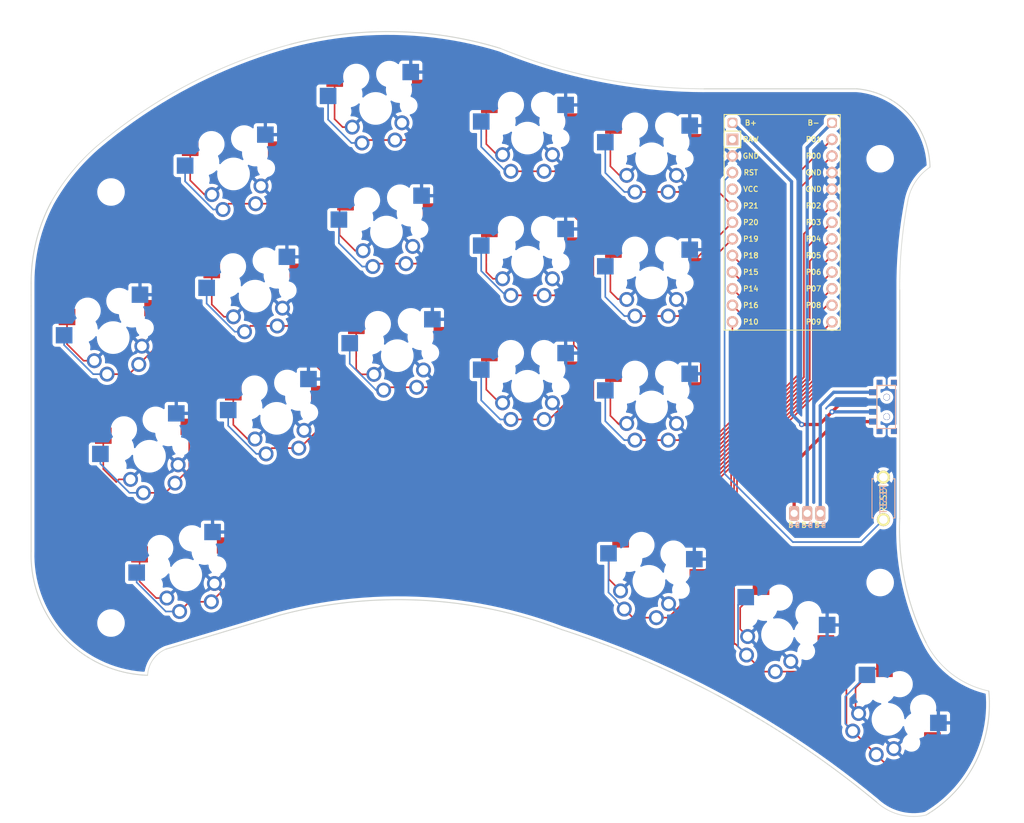
<source format=kicad_pcb>
(kicad_pcb (version 20211014) (generator pcbnew)
  (title_block (title "owl_generated") (rev "v1.0.0") (company "Unknown"))
  (layers (0 "F.Cu" signal) (31 "B.Cu" signal) (34 "B.Paste" user) (35 "F.Paste" user) (36 "B.SilkS" user "B.Silkscreen") (37 "F.SilkS" user "F.Silkscreen") (38 "B.Mask" user) (39 "F.Mask" user) (44 "Edge.Cuts" user))
  (net 0 "")
  (net 1 "P6")
  (net 2 "GND")
  (net 3 "P5")
  (net 4 "P4")
  (net 5 "P3")
  (net 6 "P2")
  (net 7 "P0")
  (net 8 "P1")
  (net 9 "P18")
  (net 10 "P15")
  (net 11 "P14")
  (net 12 "P16")
  (net 13 "P10")
  (net 14 "P19")
  (net 15 "P20")
  (net 16 "P21")
  (net 17 "P7")
  (net 18 "P8")
  (net 19 "P9")
  (net 20 "RAW")
  (net 21 "RST")
  (net 22 "VCC")
  (net 23 "Braw")
  (net 24 "Bplus")
  (net 25 "Bminus")
  (footprint "E73:SPDT_C128955" (layer "F.Cu") (at 169.768682 -74.888168 -90)
    (fp_text reference "T1" hide)
    (fp_text value "" hide)
  )
  (footprint "Library:bat" (layer "F.Cu") (at 157.6 -58.6)
    (fp_text reference "" hide)
    (fp_text value "" hide)
  )
  (footprint "kbd:ResetSW" (layer "F.Cu") (at 169.268682 -60.888168 -90)
    (fp_text reference "B1" hide)
    (fp_text value "")
  )
  (footprint "MX" (layer "F.Cu") (at 56.889875 -67.339581 17)
    (fp_text reference "S3" hide)
    (fp_text value "" hide)
  )
  (footprint "MX" (layer "F.Cu") (at 153.051105 -40.030285 150)
    (fp_text reference "S34" hide)
    (fp_text value "" hide)
  )
  (footprint "MX" (layer "F.Cu") (at 62.444938 -49.16979 -163)
    (fp_text reference "S2" hide)
    (fp_text value "" hide)
  )
  (footprint "MX" (layer "F.Cu") (at 93.172512 -101.668094 5)
    (fp_text reference "S15" hide)
    (fp_text value "" hide)
  )
  (footprint "Library:ProMicro" (layer "F.Cu") (at 153.768682 -101.888168 -90)
    (fp_text reference "MCU1" hide)
    (fp_text value "" hide)
  )
  (footprint "SMDPad" (layer "F.Cu") (at 168.768682 -112.888168)
    (fp_text reference "MOUNTING_PAD2" hide)
    (fp_text value "" hide)
  )
  (footprint "MX" (layer "F.Cu") (at 133.768682 -93.888168 180)
    (fp_text reference "S28" hide)
    (fp_text value "" hide)
  )
  (footprint "MX" (layer "F.Cu") (at 91.516553 -120.595793 -175)
    (fp_text reference "S18" hide)
    (fp_text value "" hide)
  )
  (footprint "MX" (layer "F.Cu") (at 76.359108 -73.143828 10)
    (fp_text reference "S7" hide)
    (fp_text value "" hide)
  )
  (footprint "SMDPad" (layer "F.Cu") (at 168.768682 -48)
    (fp_text reference "MOUNTING_PAD1" hide)
    (fp_text value "" hide)
  )
  (footprint "MX" (layer "F.Cu") (at 133.768682 -93.888168)
    (fp_text reference "S27" hide)
    (fp_text value "" hide)
  )
  (footprint "MX" (layer "F.Cu") (at 133.768682 -74.888168 180)
    (fp_text reference "S26" hide)
    (fp_text value "" hide)
  )
  (footprint "MX" (layer "F.Cu") (at 133.356349 -48.18812 -15)
    (fp_text reference "S31" hide)
    (fp_text value "" hide)
  )
  (footprint "SMDPad" (layer "F.Cu") (at 51 -41.8 -17)
    (fp_text reference "MOUNTING_PAD4" hide)
    (fp_text value "" hide)
  )
  (footprint "MX" (layer "F.Cu") (at 114.768682 -116.054834 180)
    (fp_text reference "S24" hide)
    (fp_text value "" hide)
  )
  (footprint "MX" (layer "F.Cu") (at 51.334813 -85.509371 17)
    (fp_text reference "S5" hide)
    (fp_text value "" hide)
  )
  (footprint "MX" (layer "F.Cu") (at 73.059792 -91.855176 -170)
    (fp_text reference "S10" hide)
    (fp_text value "" hide)
  )
  (footprint "SMDPad" (layer "F.Cu") (at 51 -107.8 -17)
    (fp_text reference "MOUNTING_PAD3" hide)
    (fp_text value "" hide)
  )
  (footprint "MX" (layer "F.Cu") (at 93.172512 -101.668094 -175)
    (fp_text reference "S16" hide)
    (fp_text value "" hide)
  )
  (footprint "MX" (layer "F.Cu") (at 56.889875 -67.339581 -163)
    (fp_text reference "S4" hide)
    (fp_text value "" hide)
  )
  (footprint "MX" (layer "F.Cu") (at 169.963375 -27.053044 135)
    (fp_text reference "S36" hide)
    (fp_text value "" hide)
  )
  (footprint "MX" (layer "F.Cu") (at 114.768682 -97.054834)
    (fp_text reference "S21" hide)
    (fp_text value "" hide)
  )
  (footprint "MX" (layer "F.Cu") (at 153.051105 -40.030285 -30)
    (fp_text reference "S33" hide)
    (fp_text value "" hide)
  )
  (footprint "MX" (layer "F.Cu") (at 133.768682 -112.888168 180)
    (fp_text reference "S30" hide)
    (fp_text value "" hide)
  )
  (footprint "MX" (layer "F.Cu") (at 133.768682 -74.888168)
    (fp_text reference "S25" hide)
    (fp_text value "" hide)
  )
  (footprint "MX" (layer "F.Cu") (at 114.768682 -116.054834)
    (fp_text reference "S23" hide)
    (fp_text value "" hide)
  )
  (footprint "MX" (layer "F.Cu") (at 69.760477 -110.566523 10)
    (fp_text reference "S11" hide)
    (fp_text value "" hide)
  )
  (footprint "MX" (layer "F.Cu") (at 114.768682 -97.054834 180)
    (fp_text reference "S22" hide)
    (fp_text value "" hide)
  )
  (footprint "MX" (layer "F.Cu") (at 73.059792 -91.855176 10)
    (fp_text reference "S9" hide)
    (fp_text value "" hide)
  )
  (footprint "MX" (layer "F.Cu") (at 133.356349 -48.18812 165)
    (fp_text reference "S32" hide)
    (fp_text value "" hide)
  )
  (footprint "MX" (layer "F.Cu") (at 133.768682 -112.888168)
    (fp_text reference "S29" hide)
    (fp_text value "" hide)
  )
  (footprint "MX" (layer "F.Cu") (at 169.963375 -27.053044 -45)
    (fp_text reference "S35" hide)
    (fp_text value "" hide)
  )
  (footprint "MX" (layer "F.Cu") (at 51.334813 -85.509371 -163)
    (fp_text reference "S6" hide)
    (fp_text value "" hide)
  )
  (footprint "MX" (layer "F.Cu") (at 69.760477 -110.566523 -170)
    (fp_text reference "S12" hide)
    (fp_text value "" hide)
  )
  (footprint "MX" (layer "F.Cu") (at 114.768682 -78.054834 180)
    (fp_text reference "S20" hide)
    (fp_text value "" hide)
  )
  (footprint "MX" (layer "F.Cu") (at 91.516553 -120.595793 5)
    (fp_text reference "S17" hide)
    (fp_text value "" hide)
  )
  (footprint "MX" (layer "F.Cu") (at 62.444938 -49.16979 17)
    (fp_text reference "S1" hide)
    (fp_text value "" hide)
  )
  (footprint "MX" (layer "F.Cu") (at 114.768682 -78.054834)
    (fp_text reference "S19" hide)
    (fp_text value "" hide)
  )
  (footprint "MX" (layer "F.Cu") (at 94.828471 -82.740394 5)
    (fp_text reference "S13" hide)
    (fp_text value "" hide)
  )
  (footprint "MX" (layer "F.Cu") (at 76.359108 -73.143828 -170)
    (fp_text reference "S8" hide)
    (fp_text value "" hide)
  )
  (footprint "E73:SPDT_C128955" (layer "F.Cu") (at 169.768682 -74.888168 -90)
    (fp_text reference "T2" hide)
    (fp_text value "" hide)
  )
  (footprint "MX" (layer "F.Cu") (at 94.828471 -82.740394 -175)
    (fp_text reference "S14" hide)
    (fp_text value "" hide)
  )
  (gr_arc (start 185.4 -31.4) (mid 179.752958 -34.001135) (end 175.8 -38.8) (layer "Edge.Cuts") (width 0.1))
  (gr_arc (start 171.768682 -92.8) (mid 172.049729 -99.630295) (end 173 -106.4) (layer "Edge.Cuts") (width 0.1))
  (gr_line (start 38.768682 -90.356114) (end 38.768682 -52.8) (layer "Edge.Cuts") (width 0.15))
  (gr_arc (start 76.8 -43) (mid 98.572502 -45.287309) (end 120 -40.8) (layer "Edge.Cuts") (width 0.15))
  (gr_line (start 38.768682 -93.8) (end 38.768682 -92.03172) (layer "Edge.Cuts") (width 0.15))
  (gr_arc (start 141.8 -123.6) (mid 125.899309 -125.186844) (end 110.6 -129.8) (layer "Edge.Cuts") (width 0.1))
  (gr_arc (start 41.8 -106.2) (mid 44.931351 -110.800064) (end 48.8 -114.8) (layer "Edge.Cuts") (width 0.1))
  (gr_arc (start 38.768682 -93.8) (mid 39.521849 -100.1864) (end 41.8 -106.2) (layer "Edge.Cuts") (width 0.15))
  (gr_arc (start 120 -40.8) (mid 145.364718 -29.909068) (end 168.2 -14.4) (layer "Edge.Cuts") (width 0.15))
  (gr_arc (start 175.8 -38.8) (mid 172.573527 -48.043096) (end 171.768682 -57.8) (layer "Edge.Cuts") (width 0.15))
  (gr_arc (start 56.6 -33.8) (mid 43.750353 -39.609512) (end 38.768682 -52.8) (layer "Edge.Cuts") (width 0.15))
  (gr_line (start 59.4 -37.8) (end 76.8 -43) (layer "Edge.Cuts") (width 0.15))
  (gr_arc (start 48.8 -114.8) (mid 62.743036 -124.226035) (end 78.4 -130.4) (layer "Edge.Cuts") (width 0.1))
  (gr_line (start 171.768682 -57.8) (end 171.768682 -92.8) (layer "Edge.Cuts") (width 0.15))
  (gr_arc (start 78.4 -130.4) (mid 94.537786 -132.356495) (end 110.6 -129.8) (layer "Edge.Cuts") (width 0.15))
  (gr_arc (start 175.8 -12.4) (mid 171.752461 -12.459353) (end 168.2 -14.4) (layer "Edge.Cuts") (width 0.1))
  (gr_line (start 38.768682 -90.356114) (end 38.768682 -92.03172) (layer "Edge.Cuts") (width 0.15))
  (gr_arc (start 185.4 -31.4) (mid 183.375531 -20.497626) (end 175.8 -12.4) (layer "Edge.Cuts") (width 0.15))
  (gr_arc (start 173 -106.4) (mid 174.170522 -109.346197) (end 176.4 -111.6) (layer "Edge.Cuts") (width 0.1))
  (gr_arc (start 165.2 -123.6) (mid 173.115141 -119.760798) (end 176.4 -111.6) (layer "Edge.Cuts") (width 0.15))
  (gr_arc (start 56.6 -33.8) (mid 57.428682 -36.199923) (end 59.4 -37.8) (layer "Edge.Cuts") (width 0.1))
  (gr_line (start 165.2 -123.6) (end 141.8 -123.6) (layer "Edge.Cuts") (width 0.15))
  (segment (start 68.477733 -52.122267) (end 70 -50.6) (width 0.25) (layer "F.Cu") (net 1))
  (segment (start 140.800356 -60.6) (end 158.9 -78.699644) (width 0.25) (layer "F.Cu") (net 1))
  (segment (start 68.477733 -54.077733) (end 75 -60.6) (width 0.25) (layer "F.Cu") (net 1))
  (segment (start 158.9 -78.699644) (end 158.9 -93.049486) (width 0.25) (layer "F.Cu") (net 1))
  (segment (start 70 -48.695186) (end 66.3592 -45.054386) (width 0.25) (layer "F.Cu") (net 1))
  (segment (start 158.9 -93.049486) (end 161.388682 -95.538168) (width 0.25) (layer "F.Cu") (net 1))
  (segment (start 66.3592 -45.054386) (end 62.98642 -45.054386) (width 0.25) (layer "F.Cu") (net 1))
  (segment (start 70 -50.6) (end 70 -48.695186) (width 0.25) (layer "F.Cu") (net 1))
  (segment (start 75 -60.6) (end 140.800356 -60.6) (width 0.25) (layer "F.Cu") (net 1))
  (segment (start 62.98642 -45.054386) (end 61.501172 -43.569138) (width 0.25) (layer "F.Cu") (net 1))
  (segment (start 68.477733 -53.670258) (end 68.477733 -54.077733) (width 0.25) (layer "F.Cu") (net 1))
  (segment (start 68.477733 -53.670258) (end 68.477733 -52.122267) (width 0.25) (layer "F.Cu") (net 1))
  (segment (start 59.385108 -43.569138) (end 61.501172 -43.569138) (width 0.25) (layer "B.Cu") (net 1))
  (segment (start 54.926895 -48.027351) (end 59.385108 -43.569138) (width 0.25) (layer "B.Cu") (net 1))
  (segment (start 54.926895 -49.527351) (end 54.926895 -48.027351) (width 0.25) (layer "B.Cu") (net 1))
  (segment (start 127.223545 -48.515995) (end 129.018771 -46.720769) (width 0.25) (layer "F.Cu") (net 2))
  (segment (start 165 -31.876504) (end 165 -28.424317) (width 0.25) (layer "F.Cu") (net 2))
  (segment (start 57.910926 -45.62684) (end 59.544041 -45.62684) (width 0.25) (layer "F.Cu") (net 2))
  (segment (start 129.494996 -110.348168) (end 129.958682 -110.348168) (width 0.25) (layer "F.Cu") (net 2))
  (segment (start 147.338548 -44.157457) (end 150.531785 -47.350694) (width 0.25) (layer "F.Cu") (net 2))
  (segment (start 88.56595 -87.291899) (end 88.541901 -87.26785) (width 0.25) (layer "F.Cu") (net 2))
  (segment (start 148.481548 -39.73558) (end 147.338548 -40.87858) (width 0.25) (layer "F.Cu") (net 2))
  (segment (start 85.229983 -118.970017) (end 86.466605 -117.733395) (width 0.25) (layer "F.Cu") (net 2))
  (segment (start 89.322004 -79.877996) (end 91.254345 -79.877996) (width 0.25) (layer "F.Cu") (net 2))
  (segment (start 128.5 -72.5) (end 128.8 -72.2) (width 0.25) (layer "F.Cu") (net 2))
  (segment (start 86 -105.309608) (end 86 -103.309991) (width 0.25) (layer "F.Cu") (net 2))
  (segment (start 44.262832 -84.50439) (end 46.800801 -81.966421) (width 0.25) (layer "F.Cu") (net 2))
  (segment (start 127.462781 -92.537219) (end 128.6 -91.4) (width 0.25) (layer "F.Cu") (net 2))
  (segment (start 128.651832 -72.348168) (end 129.958682 -72.348168) (width 0.25) (layer "F.Cu") (net 2))
  (segment (start 88.541901 -87.26785) (end 88.541901 -80.658099) (width 0.25) (layer "F.Cu") (net 2))
  (segment (start 127.223545 -52.802378) (end 127.223545 -48.515995) (width 0.25) (layer "F.Cu") (net 2))
  (segment (start 128.5 -72.5) (end 128.651832 -72.348168) (width 0.25) (layer "F.Cu") (net 2))
  (segment (start 108.462781 -120.670933) (end 108.462781 -115.137219) (width 0.25) (layer "F.Cu") (net 2))
  (segment (start 108.462781 -77.547049) (end 110.494996 -75.514834) (width 0.25) (layer "F.Cu") (net 2))
  (segment (start 127.462781 -73.537219) (end 128.5 -72.5) (width 0.25) (layer "F.Cu") (net 2))
  (segment (start 108.926682 -83.134834) (end 108.462781 -82.670933) (width 0.25) (layer "F.Cu") (net 2))
  (segment (start 86.466605 -117.733395) (end 87.942427 -117.733395) (width 0.25) (layer "F.Cu") (net 2))
  (segment (start 69.723728 -77.132199) (end 69.723728 -72.160566) (width 0.25) (layer "F.Cu") (net 2))
  (segment (start 46.800801 -81.966421) (end 48.433916 -81.966421) (width 0.25) (layer "F.Cu") (net 2))
  (segment (start 55.372957 -52.319783) (end 55.372957 -48.164809) (width 0.25) (layer "F.Cu") (net 2))
  (segment (start 65.304846 -107.403512) (end 66.449426 -107.403512) (width 0.25) (layer "F.Cu") (net 2))
  (segment (start 165 -28.424317) (end 165.473247 -27.95107) (width 0.25) (layer "F.Cu") (net 2))
  (segment (start 147.338548 -40.87858) (end 147.338548 -44.157457) (width 0.25) (layer "F.Cu") (net 2))
  (segment (start 129.90685 -91.4) (end 129.958682 -91.348168) (width 0.25) (layer "F.Cu") (net 2))
  (segment (start 127.462781 -79.504267) (end 127.462781 -73.537219) (width 0.25) (layer "F.Cu") (net 2))
  (segment (start 49.817894 -70.489574) (end 49.817894 -65.382106) (width 0.25) (layer "F.Cu") (net 2))
  (segment (start 108.926682 -121.134834) (end 108.462781 -120.670933) (width 0.25) (layer "F.Cu") (net 2))
  (segment (start 127.462781 -111.737219) (end 128.8 -110.4) (width 0.25) (layer "F.Cu") (net 2))
  (segment (start 52.196631 -63.796631) (end 53.988978 -63.796631) (width 0.25) (layer "F.Cu") (net 2))
  (segment (start 85.254032 -125.147298) (end 85.229983 -125.123249) (width 0.25) (layer "F.Cu") (net 2))
  (segment (start 71.903477 -69.980817) (end 73.048057 -69.980817) (width 0.25) (layer "F.Cu") (net 2))
  (segment (start 129.028211 -54.607044) (end 127.223545 -52.802378) (width 0.25) (layer "F.Cu") (net 2))
  (segment (start 110.494996 -75.514834) (end 110.958682 -75.514834) (width 0.25) (layer "F.Cu") (net 2))
  (segment (start 44.262832 -88.659364) (end 44.262832 -84.50439) (width 0.25) (layer "F.Cu") (net 2))
  (segment (start 108.462781 -115.137219) (end 110.085166 -113.514834) (width 0.25) (layer "F.Cu") (net 2))
  (segment (start 109.485166 -94.514834) (end 110.958682 -94.514834) (width 0.25) (layer "F.Cu") (net 2))
  (segment (start 110.085166 -113.514834) (end 110.958682 -113.514834) (width 0.25) (layer "F.Cu") (net 2))
  (segment (start 88.541901 -80.658099) (end 89.322004 -79.877996) (width 0.25) (layer "F.Cu") (net 2))
  (segment (start 127.462781 -98.504267) (end 127.462781 -92.537219) (width 0.25) (layer "F.Cu") (net 2))
  (segment (start 66.424412 -95.843547) (end 66.424412 -90.575588) (width 0.25) (layer "F.Cu") (net 2))
  (segment (start 86 -101.2) (end 88.394304 -98.805696) (width 0.25) (layer "F.Cu") (net 2))
  (segment (start 55.372957 -48.164809) (end 57.910926 -45.62684) (width 0.25) (layer "F.Cu") (net 2))
  (segment (start 108.926682 -102.134834) (end 108.462781 -101.670933) (width 0.25) (layer "F.Cu") (net 2))
  (segment (start 68.307835 -88.692165) (end 69.748741 -88.692165) (width 0.25) (layer "F.Cu") (net 2))
  (segment (start 86.909991 -106.219599) (end 86 -105.309608) (width 0.25) (layer "F.Cu") (net 2))
  (segment (start 169.42456 -34.776064) (end 167.89956 -34.776064) (width 0.25) (layer "F.Cu") (net 2))
  (segment (start 108.462781 -82.670933) (end 108.462781 -77.547049) (width 0.25) (layer "F.Cu") (net 2))
  (segment (start 86 -103.4) (end 86 -101.2) (width 0.25) (layer "F.Cu") (net 2))
  (segment (start 85.229983 -125.123249) (end 85.229983 -118.970017) (width 0.25) (layer "F.Cu") (net 2))
  (segment (start 88.394304 -98.805696) (end 89.598386 -98.805696) (width 0.25) (layer "F.Cu") (net 2))
  (segment (start 128.6 -91.4) (end 129.90685 -91.4) (width 0.25) (layer "F.Cu") (net 2))
  (segment (start 63.125097 -114.554894) (end 63.125097 -109.583261) (width 0.25) (layer "F.Cu") (net 2))
  (segment (start 49.817894 -65.382106) (end 51.8 -63.4) (width 0.25) (layer "F.Cu") (net 2))
  (segment (start 127.926682 -79.968168) (end 127.462781 -79.504267) (width 0.25) (layer "F.Cu") (net 2))
  (segment (start 167.89956 -34.776064) (end 165 -31.876504) (width 0.25) (layer "F.Cu") (net 2))
  (segment (start 127.926682 -98.968168) (end 127.462781 -98.504267) (width 0.25) (layer "F.Cu") (net 2))
  (segment (start 127.926682 -117.968168) (end 127.462781 -117.504267) (width 0.25) (layer "F.Cu") (net 2))
  (segment (start 51.8 -63.4) (end 52.196631 -63.796631) (width 0.25) (layer "F.Cu") (net 2))
  (segment (start 66.424412 -90.575588) (end 68.307835 -88.692165) (width 0.25) (layer "F.Cu") (net 2))
  (segment (start 69.723728 -72.160566) (end 71.903477 -69.980817) (width 0.25) (layer "F.Cu") (net 2))
  (segment (start 108.462781 -95.537219) (end 109.485166 -94.514834) (width 0.25) (layer "F.Cu") (net 2))
  (segment (start 108.462781 -101.670933) (end 108.462781 -95.537219) (width 0.25) (layer "F.Cu") (net 2))
  (segment (start 127.462781 -117.504267) (end 127.462781 -111.737219) (width 0.25) (layer "F.Cu") (net 2))
  (segment (start 63.125097 -109.583261) (end 65.304846 -107.403512) (width 0.25) (layer "F.Cu") (net 2))
  (segment (start 138.748168 -110.348168) (end 137.578682 -110.348168) (width 0.25) (layer "B.Cu") (net 2))
  (segment (start 139.610682 -117.968168) (end 140.074583 -117.504267) (width 0.25) (layer "B.Cu") (net 2))
  (segment (start 62.973804 -65.393844) (end 60.804137 -63.224177) (width 0.25) (layer "F.Cu") (net 3))
  (segment (start 59.318889 -61.738929) (end 55.946109 -61.738929) (width 0.25) (layer "F.Cu") (net 3))
  (segment (start 62.92267 -71.840049) (end 62.973804 -71.788915) (width 0.25) (layer "F.Cu") (net 3))
  (segment (start 158.45 -78.88604) (end 158.45 -95.139486) (width 0.25) (layer "F.Cu") (net 3))
  (segment (start 73.712719 -61.05) (end 140.61396 -61.05) (width 0.25) (layer "F.Cu") (net 3))
  (segment (start 60.804137 -63.224177) (end 59.318889 -61.738929) (width 0.25) (layer "F.Cu") (net 3))
  (segment (start 158.45 -95.139486) (end 161.388682 -98.078168) (width 0.25) (layer "F.Cu") (net 3))
  (segment (start 62.973804 -71.788915) (end 62.973804 -65.393844) (width 0.25) (layer "F.Cu") (net 3))
  (segment (start 62.92267 -71.840049) (end 73.712719 -61.05) (width 0.25) (layer "F.Cu") (net 3))
  (segment (start 140.61396 -61.05) (end 158.45 -78.88604) (width 0.25) (layer "F.Cu") (net 3))
  (segment (start 49.371832 -67.697142) (end 49.371832 -66.197142) (width 0.25) (layer "B.Cu") (net 3))
  (segment (start 49.371832 -66.197142) (end 53.830045 -61.738929) (width 0.25) (layer "B.Cu") (net 3))
  (segment (start 53.830045 -61.738929) (end 55.946109 -61.738929) (width 0.25) (layer "B.Cu") (net 3))
  (segment (start 140.427564 -61.5) (end 158 -79.072436) (width 0.25) (layer "F.Cu") (net 4))
  (segment (start 58.4 -84.544892) (end 55.249075 -81.393967) (width 0.25) (layer "F.Cu") (net 4))
  (segment (start 57.367608 -88.432392) (end 58.4 -87.4) (width 0.25) (layer "F.Cu") (net 4))
  (segment (start 55.249075 -81.393967) (end 53.763827 -79.908719) (width 0.25) (layer "F.Cu") (net 4))
  (segment (start 73.899115 -61.5) (end 140.427564 -61.5) (width 0.25) (layer "F.Cu") (net 4))
  (segment (start 53.763827 -79.908719) (end 50.391047 -79.908719) (width 0.25) (layer "F.Cu") (net 4))
  (segment (start 58.4 -87.4) (end 58.4 -84.544892) (width 0.25) (layer "F.Cu") (net 4))
  (segment (start 158 -97.229486) (end 161.388682 -100.618168) (width 0.25) (layer "F.Cu") (net 4))
  (segment (start 65.4 -81.977447) (end 65.4 -69.999115) (width 0.25) (layer "F.Cu") (net 4))
  (segment (start 65.4 -69.999115) (end 73.899115 -61.5) (width 0.25) (layer "F.Cu") (net 4))
  (segment (start 57.367608 -90.009839) (end 57.367608 -88.432392) (width 0.25) (layer "F.Cu") (net 4))
  (segment (start 57.367608 -90.009839) (end 65.4 -81.977447) (width 0.25) (layer "F.Cu") (net 4))
  (segment (start 158 -79.072436) (end 158 -97.229486) (width 0.25) (layer "F.Cu") (net 4))
  (segment (start 48.274983 -79.908719) (end 50.391047 -79.908719) (width 0.25) (layer "B.Cu") (net 4))
  (segment (start 43.81677 -85.866932) (end 43.81677 -84.366932) (width 0.25) (layer "B.Cu") (net 4))
  (segment (start 43.81677 -84.366932) (end 48.274983 -79.908719) (width 0.25) (layer "B.Cu") (net 4))
  (segment (start 79.742652 -68.582071) (end 75.621962 -68.582071) (width 0.25) (layer "F.Cu") (net 5))
  (segment (start 140.241168 -61.95) (end 157.55 -79.258832) (width 0.25) (layer "F.Cu") (net 5))
  (segment (start 157.55 -99.319486) (end 161.388682 -103.158168) (width 0.25) (layer "F.Cu") (net 5))
  (segment (start 82.895405 -71.571063) (end 79.906413 -68.582071) (width 0.25) (layer "F.Cu") (net 5))
  (segment (start 86.2 -61.95) (end 140.241168 -61.95) (width 0.25) (layer "F.Cu") (net 5))
  (segment (start 82.895405 -65.254595) (end 86.2 -61.95) (width 0.25) (layer "F.Cu") (net 5))
  (segment (start 75.621962 -68.582071) (end 74.739829 -67.699938) (width 0.25) (layer "F.Cu") (net 5))
  (segment (start 79.906413 -68.582071) (end 79.742652 -68.582071) (width 0.25) (layer "F.Cu") (net 5))
  (segment (start 157.55 -79.258832) (end 157.55 -99.319486) (width 0.25) (layer "F.Cu") (net 5))
  (segment (start 82.895405 -76.875537) (end 82.895405 -65.254595) (width 0.25) (layer "F.Cu") (net 5))
  (segment (start 82.895405 -76.875537) (end 82.895405 -71.571063) (width 0.25) (layer "F.Cu") (net 5))
  (segment (start 68.940679 -74.414942) (end 68.940679 -72.012129) (width 0.25) (layer "B.Cu") (net 5))
  (segment (start 73.25287 -67.699938) (end 74.739829 -67.699938) (width 0.25) (layer "B.Cu") (net 5))
  (segment (start 68.940679 -72.012129) (end 73.25287 -67.699938) (width 0.25) (layer "B.Cu") (net 5))
  (segment (start 79.596089 -84.003911) (end 85.2 -78.4) (width 0.25) (layer "F.Cu") (net 6))
  (segment (start 85.2 -78.4) (end 85.2 -63.586396) (width 0.25) (layer "F.Cu") (net 6))
  (segment (start 86.386396 -62.4) (end 140.054772 -62.4) (width 0.25) (layer "F.Cu") (net 6))
  (segment (start 140.054772 -62.4) (end 157.1 -79.445228) (width 0.25) (layer "F.Cu") (net 6))
  (segment (start 76.443336 -87.293419) (end 72.322646 -87.293419) (width 0.25) (layer "F.Cu") (net 6))
  (segment (start 78.059782 -87.293419) (end 76.443336 -87.293419) (width 0.25) (layer "F.Cu") (net 6))
  (segment (start 72.322646 -87.293419) (end 71.440513 -86.411286) (width 0.25) (layer "F.Cu") (net 6))
  (segment (start 79.596089 -95.586885) (end 79.596089 -84.003911) (width 0.25) (layer "F.Cu") (net 6))
  (segment (start 157.1 -101.409486) (end 161.388682 -105.698168) (width 0.25) (layer "F.Cu") (net 6))
  (segment (start 79.596089 -88.829726) (end 78.059782 -87.293419) (width 0.25) (layer "F.Cu") (net 6))
  (segment (start 85.2 -63.586396) (end 86.386396 -62.4) (width 0.25) (layer "F.Cu") (net 6))
  (segment (start 79.596089 -95.586885) (end 79.596089 -88.829726) (width 0.25) (layer "F.Cu") (net 6))
  (segment (start 157.1 -79.445228) (end 157.1 -101.409486) (width 0.25) (layer "F.Cu") (net 6))
  (segment (start 65.641363 -90.723477) (end 69.953554 -86.411286) (width 0.25) (layer "B.Cu") (net 6))
  (segment (start 69.953554 -86.411286) (end 71.440513 -86.411286) (width 0.25) (layer "B.Cu") (net 6))
  (segment (start 65.641363 -93.12629) (end 65.641363 -90.723477) (width 0.25) (layer "B.Cu") (net 6))
  (segment (start 76.296774 -105.303226) (end 82 -99.6) (width 0.25) (layer "F.Cu") (net 7))
  (segment (start 156.6 -108.529486) (end 161.388682 -113.318168) (width 0.25) (layer "F.Cu") (net 7))
  (segment (start 76.296774 -114.298232) (end 76.296774 -105.303226) (width 0.25) (layer "F.Cu") (net 7))
  (segment (start 76.296774 -107.541073) (end 74.760467 -106.004766) (width 0.25) (layer "F.Cu") (net 7))
  (segment (start 139.868376 -62.85) (end 156.6 -79.581624) (width 0.25) (layer "F.Cu") (net 7))
  (segment (start 82 -82.236396) (end 85.65 -78.586396) (width 0.25) (layer "F.Cu") (net 7))
  (segment (start 74.760467 -106.004766) (end 73.144021 -106.004766) (width 0.25) (layer "F.Cu") (net 7))
  (segment (start 86.572792 -62.85) (end 139.868376 -62.85) (width 0.25) (layer "F.Cu") (net 7))
  (segment (start 85.65 -63.772792) (end 86.572792 -62.85) (width 0.25) (layer "F.Cu") (net 7))
  (segment (start 82 -99.6) (end 82 -82.236396) (width 0.25) (layer "F.Cu") (net 7))
  (segment (start 85.65 -78.586396) (end 85.65 -63.772792) (width 0.25) (layer "F.Cu") (net 7))
  (segment (start 69.023331 -106.004766) (end 68.141198 -105.122633) (width 0.25) (layer "F.Cu") (net 7))
  (segment (start 76.296774 -114.298232) (end 76.296774 -107.541073) (width 0.25) (layer "F.Cu") (net 7))
  (segment (start 156.6 -79.581624) (end 156.6 -108.529486) (width 0.25) (layer "F.Cu") (net 7))
  (segment (start 73.144021 -106.004766) (end 69.023331 -106.004766) (width 0.25) (layer "F.Cu") (net 7))
  (segment (start 62.342048 -111.837637) (end 62.342048 -109.434824) (width 0.25) (layer "B.Cu") (net 7))
  (segment (start 62.342048 -109.434824) (end 66.654239 -105.122633) (width 0.25) (layer "B.Cu") (net 7))
  (segment (start 66.654239 -105.122633) (end 68.141198 -105.122633) (width 0.25) (layer "B.Cu") (net 7))
  (segment (start 93.18364 -77.901101) (end 92.740888 -77.458349) (width 0.25) (layer "F.Cu") (net 8))
  (segment (start 101.665135 -80.148233) (end 99.418003 -77.901101) (width 0.25) (layer "F.Cu") (net 8))
  (segment (start 156.15 -79.76802) (end 156.15 -110.619486) (width 0.25) (layer "F.Cu") (net 8))
  (segment (start 106.6 -63.3) (end 139.68198 -63.3) (width 0.25) (layer "F.Cu") (net 8))
  (segment (start 97.801557 -77.901101) (end 93.18364 -77.901101) (width 0.25) (layer "F.Cu") (net 8))
  (segment (start 99.418003 -77.901101) (end 97.801557 -77.901101) (width 0.25) (layer "F.Cu") (net 8))
  (segment (start 101.665135 -85.888227) (end 101.665135 -68.234865) (width 0.25) (layer "F.Cu") (net 8))
  (segment (start 156.15 -110.619486) (end 161.388682 -115.858168) (width 0.25) (layer "F.Cu") (net 8))
  (segment (start 139.68198 -63.3) (end 156.15 -79.76802) (width 0.25) (layer "F.Cu") (net 8))
  (segment (start 101.665135 -85.888227) (end 101.665135 -80.148233) (width 0.25) (layer "F.Cu") (net 8))
  (segment (start 101.665135 -68.234865) (end 106.6 -63.3) (width 0.25) (layer "F.Cu") (net 8))
  (segment (start 87.549056 -81.507219) (end 91.597926 -77.458349) (width 0.25) (layer "B.Cu") (net 8))
  (segment (start 87.549056 -84.65323) (end 87.549056 -81.507219) (width 0.25) (layer "B.Cu") (net 8))
  (segment (start 91.597926 -77.458349) (end 92.740888 -77.458349) (width 0.25) (layer "B.Cu") (net 8))
  (segment (start 149.15 -95.07685) (end 146.148682 -98.078168) (width 0.25) (layer "F.Cu") (net 9))
  (segment (start 149.15 -73.404416) (end 149.15 -95.07685) (width 0.25) (layer "F.Cu") (net 9))
  (segment (start 139.495584 -63.75) (end 149.15 -73.404416) (width 0.25) (layer "F.Cu") (net 9))
  (segment (start 100.009176 -104.815927) (end 100.009176 -99.075933) (width 0.25) (layer "F.Cu") (net 9))
  (segment (start 100.009176 -92.390824) (end 104 -88.4) (width 0.25) (layer "F.Cu") (net 9))
  (segment (start 97.762044 -96.828801) (end 96.145598 -96.828801) (width 0.25) (layer "F.Cu") (net 9))
  (segment (start 106.786396 -63.75) (end 139.495584 -63.75) (width 0.25) (layer "F.Cu") (net 9))
  (segment (start 104 -88.4) (end 104 -66.536396) (width 0.25) (layer "F.Cu") (net 9))
  (segment (start 96.145598 -96.828801) (end 91.527681 -96.828801) (width 0.25) (layer "F.Cu") (net 9))
  (segment (start 100.009176 -104.815927) (end 100.009176 -92.390824) (width 0.25) (layer "F.Cu") (net 9))
  (segment (start 100.009176 -99.075933) (end 97.762044 -96.828801) (width 0.25) (layer "F.Cu") (net 9))
  (segment (start 91.527681 -96.828801) (end 91.084929 -96.386049) (width 0.25) (layer "F.Cu") (net 9))
  (segment (start 104 -66.536396) (end 106.786396 -63.75) (width 0.25) (layer "F.Cu") (net 9))
  (segment (start 89.468483 -96.386049) (end 91.084929 -96.386049) (width 0.25) (layer "B.Cu") (net 9))
  (segment (start 85.893097 -99.961435) (end 89.468483 -96.386049) (width 0.25) (layer "B.Cu") (net 9))
  (segment (start 85.893097 -103.58093) (end 85.893097 -99.961435) (width 0.25) (layer "B.Cu") (net 9))
  (segment (start 106.972792 -64.2) (end 139.309188 -64.2) (width 0.25) (layer "F.Cu") (net 10))
  (segment (start 148.7 -92.98685) (end 146.148682 -95.538168) (width 0.25) (layer "F.Cu") (net 10))
  (segment (start 104.45 -66.722792) (end 106.972792 -64.2) (width 0.25) (layer "F.Cu") (net 10))
  (segment (start 96.106085 -115.7565) (end 94.489639 -115.7565) (width 0.25) (layer "F.Cu") (net 10))
  (segment (start 102 -109.04813) (end 102 -91.036396) (width 0.25) (layer "F.Cu") (net 10))
  (segment (start 94.489639 -115.7565) (end 89.871722 -115.7565) (width 0.25) (layer "F.Cu") (net 10))
  (segment (start 98.353217 -123.743626) (end 98.353217 -112.694913) (width 0.25) (layer "F.Cu") (net 10))
  (segment (start 98.353217 -118.003632) (end 96.106085 -115.7565) (width 0.25) (layer "F.Cu") (net 10))
  (segment (start 104.45 -88.586396) (end 104.45 -66.722792) (width 0.25) (layer "F.Cu") (net 10))
  (segment (start 148.7 -73.590812) (end 148.7 -92.98685) (width 0.25) (layer "F.Cu") (net 10))
  (segment (start 98.353217 -123.743626) (end 98.353217 -118.003632) (width 0.25) (layer "F.Cu") (net 10))
  (segment (start 98.353217 -112.694913) (end 102 -109.04813) (width 0.25) (layer "F.Cu") (net 10))
  (segment (start 89.871722 -115.7565) (end 89.42897 -115.313748) (width 0.25) (layer "F.Cu") (net 10))
  (segment (start 139.309188 -64.2) (end 148.7 -73.590812) (width 0.25) (layer "F.Cu") (net 10))
  (segment (start 102 -91.036396) (end 104.45 -88.586396) (width 0.25) (layer "F.Cu") (net 10))
  (segment (start 87.812524 -115.313748) (end 89.42897 -115.313748) (width 0.25) (layer "B.Cu") (net 10))
  (segment (start 84.237138 -122.508629) (end 84.237138 -118.889134) (width 0.25) (layer "B.Cu") (net 10))
  (segment (start 84.237138 -118.889134) (end 87.812524 -115.313748) (width 0.25) (layer "B.Cu") (net 10))
  (segment (start 148.25 -90.89685) (end 146.148682 -92.998168) (width 0.25) (layer "F.Cu") (net 11))
  (segment (start 117.308682 -72.974834) (end 112.228682 -72.974834) (width 0.25) (layer "F.Cu") (net 11))
  (segment (start 126.4 -64.65) (end 139.122792 -64.65) (width 0.25) (layer "F.Cu") (net 11))
  (segment (start 118.114748 -72.974834) (end 117.308682 -72.974834) (width 0.25) (layer "F.Cu") (net 11))
  (segment (start 121.853682 -80.594834) (end 121.853682 -69.196318) (width 0.25) (layer "F.Cu") (net 11))
  (segment (start 121.853682 -76.713768) (end 118.114748 -72.974834) (width 0.25) (layer "F.Cu") (net 11))
  (segment (start 139.122792 -64.65) (end 148.25 -73.777208) (width 0.25) (layer "F.Cu") (net 11))
  (segment (start 148.25 -73.777208) (end 148.25 -90.89685) (width 0.25) (layer "F.Cu") (net 11))
  (segment (start 121.853682 -80.594834) (end 121.853682 -76.713768) (width 0.25) (layer "F.Cu") (net 11))
  (segment (start 121.853682 -69.196318) (end 126.4 -64.65) (width 0.25) (layer "F.Cu") (net 11))
  (segment (start 107.683682 -75.903388) (end 110.612236 -72.974834) (width 0.25) (layer "B.Cu") (net 11))
  (segment (start 110.612236 -72.974834) (end 112.228682 -72.974834) (width 0.25) (layer "B.Cu") (net 11))
  (segment (start 107.683682 -80.594834) (end 107.683682 -75.903388) (width 0.25) (layer "B.Cu") (net 11))
  (segment (start 124.4 -67.286396) (end 126.586396 -65.1) (width 0.25) (layer "F.Cu") (net 12))
  (segment (start 121.853682 -99.594834) (end 121.853682 -94.903388) (width 0.25) (layer "F.Cu") (net 12))
  (segment (start 118.925128 -91.974834) (end 117.308682 -91.974834) (width 0.25) (layer "F.Cu") (net 12))
  (segment (start 121.853682 -99.594834) (end 121.853682 -84.346318) (width 0.25) (layer "F.Cu") (net 12))
  (segment (start 147.8 -73.963604) (end 147.8 -88.80685) (width 0.25) (layer "F.Cu") (net 12))
  (segment (start 121.853682 -84.346318) (end 124.4 -81.8) (width 0.25) (layer "F.Cu") (net 12))
  (segment (start 147.8 -88.80685) (end 146.148682 -90.458168) (width 0.25) (layer "F.Cu") (net 12))
  (segment (start 124.4 -81.8) (end 124.4 -67.286396) (width 0.25) (layer "F.Cu") (net 12))
  (segment (start 126.586396 -65.1) (end 138.936396 -65.1) (width 0.25) (layer "F.Cu") (net 12))
  (segment (start 121.853682 -94.903388) (end 118.925128 -91.974834) (width 0.25) (layer "F.Cu") (net 12))
  (segment (start 117.308682 -91.974834) (end 112.228682 -91.974834) (width 0.25) (layer "F.Cu") (net 12))
  (segment (start 138.936396 -65.1) (end 147.8 -73.963604) (width 0.25) (layer "F.Cu") (net 12))
  (segment (start 111.422616 -91.974834) (end 112.228682 -91.974834) (width 0.25) (layer "B.Cu") (net 12))
  (segment (start 107.683682 -99.594834) (end 107.683682 -95.713768) (width 0.25) (layer "B.Cu") (net 12))
  (segment (start 107.683682 -95.713768) (end 111.422616 -91.974834) (width 0.25) (layer "B.Cu") (net 12))
  (segment (start 121.853682 -104.146318) (end 124.85 -101.15) (width 0.25) (layer "F.Cu") (net 13))
  (segment (start 124.85 -101.15) (end 124.85 -67.472792) (width 0.25) (layer "F.Cu") (net 13))
  (segment (start 126.772792 -65.55) (end 138.75 -65.55) (width 0.25) (layer "F.Cu") (net 13))
  (segment (start 121.853682 -118.594834) (end 121.853682 -104.146318) (width 0.25) (layer "F.Cu") (net 13))
  (segment (start 138.75 -65.55) (end 146.148682 -72.948682) (width 0.25) (layer "F.Cu") (net 13))
  (segment (start 121.853682 -113.903388) (end 118.925128 -110.974834) (width 0.25) (layer "F.Cu") (net 13))
  (segment (start 146.148682 -72.948682) (end 146.148682 -87.918168) (width 0.25) (layer "F.Cu") (net 13))
  (segment (start 118.925128 -110.974834) (end 117.308682 -110.974834) (width 0.25) (layer "F.Cu") (net 13))
  (segment (start 124.85 -67.472792) (end 126.772792 -65.55) (width 0.25) (layer "F.Cu") (net 13))
  (segment (start 117.308682 -110.974834) (end 112.228682 -110.974834) (width 0.25) (layer "F.Cu") (net 13))
  (segment (start 121.853682 -118.594834) (end 121.853682 -113.903388) (width 0.25) (layer "F.Cu") (net 13))
  (segment (start 107.683682 -118.594834) (end 107.683682 -114.713768) (width 0.25) (layer "B.Cu") (net 13))
  (segment (start 111.422616 -110.974834) (end 112.228682 -110.974834) (width 0.25) (layer "B.Cu") (net 13))
  (segment (start 107.683682 -114.713768) (end 111.422616 -110.974834) (width 0.25) (layer "B.Cu") (net 13))
  (segment (start 141.303682 -89.696318) (end 141.2 -89.8) (width 0.25) (layer "F.Cu") (net 14))
  (segment (start 141.303682 -77.878168) (end 141.303682 -89.696318) (width 0.25) (layer "F.Cu") (net 14))
  (segment (start 143.8 -98.269486) (end 146.148682 -100.618168) (width 0.25) (layer "F.Cu") (net 14))
  (segment (start 137.925128 -69.808168) (end 136.308682 -69.808168) (width 0.25) (layer "F.Cu") (net 14))
  (segment (start 140.853682 -72.736722) (end 137.925128 -69.808168) (width 0.25) (layer "F.Cu") (net 14))
  (segment (start 140.853682 -77.428168) (end 141.303682 -77.878168) (width 0.25) (layer "F.Cu") (net 14))
  (segment (start 141.2 -91.4) (end 143.8 -94) (width 0.25) (layer "F.Cu") (net 14))
  (segment (start 141.2 -89.8) (end 141.2 -91.4) (width 0.25) (layer "F.Cu") (net 14))
  (segment (start 136.308682 -69.808168) (end 131.228682 -69.808168) (width 0.25) (layer "F.Cu") (net 14))
  (segment (start 140.853682 -77.428168) (end 140.853682 -72.736722) (width 0.25) (layer "F.Cu") (net 14))
  (segment (start 143.8 -94) (end 143.8 -98.269486) (width 0.25) (layer "F.Cu") (net 14))
  (segment (start 126.683682 -72.716318) (end 129.591832 -69.808168) (width 0.25) (layer "B.Cu") (net 14))
  (segment (start 129.591832 -69.808168) (end 131.228682 -69.808168) (width 0.25) (layer "B.Cu") (net 14))
  (segment (start 126.683682 -77.428168) (end 126.683682 -72.716318) (width 0.25) (layer "B.Cu") (net 14))
  (segment (start 140.853682 -96.428168) (end 140.853682 -91.736722) (width 0.25) (layer "F.Cu") (net 15))
  (segment (start 136.308682 -88.808168) (end 131.228682 -88.808168) (width 0.25) (layer "F.Cu") (net 15))
  (segment (start 140.853682 -97.863168) (end 146.148682 -103.158168) (width 0.25) (layer "F.Cu") (net 15))
  (segment (start 140.853682 -91.736722) (end 137.925128 -88.808168) (width 0.25) (layer "F.Cu") (net 15))
  (segment (start 137.925128 -88.808168) (end 136.308682 -88.808168) (width 0.25) (layer "F.Cu") (net 15))
  (segment (start 140.853682 -96.428168) (end 140.853682 -97.863168) (width 0.25) (layer "F.Cu") (net 15))
  (segment (start 126.683682 -96.428168) (end 126.683682 -91.736722) (width 0.25) (layer "B.Cu") (net 15))
  (segment (start 126.683682 -91.736722) (end 129.612236 -88.808168) (width 0.25) (layer "B.Cu") (net 15))
  (segment (start 129.612236 -88.808168) (end 131.228682 -88.808168) (width 0.25) (layer "B.Cu") (net 15))
  (segment (start 140.853682 -110.736722) (end 137.925128 -107.808168) (width 0.25) (layer "F.Cu") (net 16))
  (segment (start 140.853682 -110.993168) (end 146.148682 -105.698168) (width 0.25) (layer "F.Cu") (net 16))
  (segment (start 137.925128 -107.808168) (end 136.308682 -107.808168) (width 0.25) (layer "F.Cu") (net 16))
  (segment (start 136.308682 -107.808168) (end 131.228682 -107.808168) (width 0.25) (layer "F.Cu") (net 16))
  (segment (start 140.853682 -115.428168) (end 140.853682 -110.736722) (width 0.25) (layer "F.Cu") (net 16))
  (segment (start 140.853682 -115.428168) (end 140.853682 -110.993168) (width 0.25) (layer "F.Cu") (net 16))
  (segment (start 126.683682 -110.736722) (end 129.612236 -107.808168) (width 0.25) (layer "B.Cu") (net 16))
  (segment (start 126.683682 -115.428168) (end 126.683682 -110.736722) (width 0.25) (layer "B.Cu") (net 16))
  (segment (start 129.612236 -107.808168) (end 131.228682 -107.808168) (width 0.25) (layer "B.Cu") (net 16))
  (segment (start 145.95 -53.875505) (end 145.95 -65.113248) (width 0.25) (layer "F.Cu") (net 17))
  (segment (start 159.35 -90.959486) (end 161.388682 -92.998168) (width 0.25) (layer "F.Cu") (net 17))
  (segment (start 145.95 -65.113248) (end 159.35 -78.513248) (width 0.25) (layer "F.Cu") (net 17))
  (segment (start 140.882334 -48.807839) (end 145.95 -53.875505) (width 0.25) (layer "F.Cu") (net 17))
  (segment (start 136.33044 -42.623816) (end 134.495 -42.623816) (width 0.25) (layer "F.Cu") (net 17))
  (segment (start 130.902898 -42.623816) (end 129.588097 -43.938617) (width 0.25) (layer "F.Cu") (net 17))
  (segment (start 140.857334 -48.807839) (end 140.882334 -48.807839) (width 0.25) (layer "F.Cu") (net 17))
  (segment (start 140.857334 -47.15071) (end 136.33044 -42.623816) (width 0.25) (layer "F.Cu") (net 17))
  (segment (start 140.857334 -48.807839) (end 140.857334 -47.15071) (width 0.25) (layer "F.Cu") (net 17))
  (segment (start 159.35 -78.513248) (end 159.35 -90.959486) (width 0.25) (layer "F.Cu") (net 17))
  (segment (start 134.495 -42.623816) (end 130.902898 -42.623816) (width 0.25) (layer "F.Cu") (net 17))
  (segment (start 127.170165 -52.475305) (end 127.170165 -46.493309) (width 0.25) (layer "B.Cu") (net 17))
  (segment (start 127.170165 -46.493309) (end 128.410705 -45.252769) (width 0.25) (layer "B.Cu") (net 17))
  (segment (start 128.410705 -45.116009) (end 129.588097 -43.938617) (width 0.25) (layer "B.Cu") (net 17))
  (segment (start 128.410705 -45.252769) (end 128.410705 -45.116009) (width 0.25) (layer "B.Cu") (net 17))
  (segment (start 150.8514 -34.360876) (end 148.3114 -36.900876) (width 0.25) (layer "F.Cu") (net 18))
  (segment (start 146.4 -38.6) (end 146.4 -64.926852) (width 0.25) (layer "F.Cu") (net 18))
  (segment (start 157.2 -33.6) (end 156.439124 -34.360876) (width 0.25) (layer "F.Cu") (net 18))
  (segment (start 156.439124 -34.360876) (end 152.71081 -34.360876) (width 0.25) (layer "F.Cu") (net 18))
  (segment (start 159.8 -78.326852) (end 159.8 -89.6) (width 0.25) (layer "F.Cu") (net 18))
  (segment (start 159.8 -89.6) (end 160.658168 -90.458168) (width 0.25) (layer "F.Cu") (net 18))
  (segment (start 160.658168 -90.458168) (end 161.388682 -90.458168) (width 0.25) (layer "F.Cu") (net 18))
  (segment (start 148.3114 -36.900876) (end 146.612276 -38.6) (width 0.25) (layer "F.Cu") (net 18))
  (segment (start 160.456895 -38.68749) (end 160.456895 -36.856895) (width 0.25) (layer "F.Cu") (net 18))
  (segment (start 146.612276 -38.6) (end 146.4 -38.6) (width 0.25) (layer "F.Cu") (net 18))
  (segment (start 146.4 -64.926852) (end 159.8 -78.326852) (width 0.25) (layer "F.Cu") (net 18))
  (segment (start 160.456895 -36.856895) (end 157.2 -33.6) (width 0.25) (layer "F.Cu") (net 18))
  (segment (start 152.71081 -34.360876) (end 150.8514 -34.360876) (width 0.25) (layer "F.Cu") (net 18))
  (segment (start 147.013548 -38.198728) (end 148.3114 -36.900876) (width 0.25) (layer "B.Cu") (net 18))
  (segment (start 147.013548 -44.600723) (end 147.013548 -38.198728) (width 0.25) (layer "B.Cu") (net 18))
  (segment (start 148.185315 -45.77249) (end 147.013548 -44.600723) (width 0.25) (layer "B.Cu") (net 18))
  (segment (start 168.167324 -21.66489) (end 164.575221 -25.256993) (width 0.25) (layer "F.Cu") (net 19))
  (segment (start 163.6 -26.232214) (end 163.6 -42.8) (width 0.25) (layer "F.Cu") (net 19))
  (segment (start 163.6 -42.8) (end 146.85 -59.55) (width 0.25) (layer "F.Cu") (net 19))
  (segment (start 160.25 -78.140456) (end 160.25 -86.779486) (width 0.25) (layer "F.Cu") (net 19))
  (segment (start 160.25 -86.779486) (end 161.388682 -87.918168) (width 0.25) (layer "F.Cu") (net 19))
  (segment (start 173.451924 -20.52189) (end 169.310324 -20.52189) (width 0.25) (layer "F.Cu") (net 19))
  (segment (start 169.310324 -20.52189) (end 168.167324 -21.66489) (width 0.25) (layer "F.Cu") (net 19))
  (segment (start 146.85 -59.55) (end 146.85 -64.740456) (width 0.25) (layer "F.Cu") (net 19))
  (segment (start 146.85 -64.740456) (end 160.25 -78.140456) (width 0.25) (layer "F.Cu") (net 19))
  (segment (start 164.575221 -25.256993) (end 163.6 -26.232214) (width 0.25) (layer "F.Cu") (net 19))
  (segment (start 176.769278 -23.839244) (end 173.451924 -20.52189) (width 0.25) (layer "F.Cu") (net 19))
  (segment (start 166.749575 -33.858947) (end 163.432221 -30.541593) (width 0.25) (layer "B.Cu") (net 19))
  (segment (start 163.432221 -26.399993) (end 164.575221 -25.256993) (width 0.25) (layer "B.Cu") (net 19))
  (segment (start 163.432221 -30.541593) (end 163.432221 -26.399993) (width 0.25) (layer "B.Cu") (net 19))
  (segment (start 165.830514 -54.2) (end 169.268682 -57.638168) (width 0.25) (layer "B.Cu") (net 21))
  (segment (start 146.148682 -110.778168) (end 144.947382 -109.576868) (width 0.25) (layer "B.Cu") (net 21))
  (segment (start 144.947382 -64.652618) (end 155.4 -54.2) (width 0.25) (layer "B.Cu") (net 21))
  (segment (start 144.947382 -109.576868) (end 144.947382 -64.652618) (width 0.25) (layer "B.Cu") (net 21))
  (segment (start 155.4 -54.2) (end 165.830514 -54.2) (width 0.25) (layer "B.Cu") (net 21))
  (segment (start 162.038168 -72.638168) (end 159.6 -70.2) (width 0.5) (layer "F.Cu") (net 23))
  (segment (start 167.693682 -72.638168) (end 162.038168 -72.638168) (width 0.5) (layer "F.Cu") (net 23))
  (segment (start 159.6 -70.2) (end 155.6 -66.2) (width 0.5) (layer "F.Cu") (net 23))
  (segment (start 155.6 -66.2) (end 155.6 -58.6) (width 0.5) (layer "F.Cu") (net 23))
  (segment (start 159.6 -58.6) (end 159.6 -70.2) (width 0.25) (layer "F.Cu") (net 23))
  (segment (start 161.65975 -77.138168) (end 167.693682 -77.138168) (width 0.5) (layer "B.Cu") (net 23))
  (segment (start 159.6 -75.078418) (end 161.65975 -77.138168) (width 0.5) (layer "B.Cu") (net 23))
  (segment (start 159.6 -58.6) (end 159.6 -75.078418) (width 0.5) (layer "B.Cu") (net 23))
  (segment (start 161.4 -74.138168) (end 159.461832 -72.2) (width 0.5) (layer "F.Cu") (net 24))
  (segment (start 159.461832 -72.2) (end 156.7505 -72.2) (width 0.5) (layer "F.Cu") (net 24))
  (segment (start 161.4 -74.138168) (end 162.9 -75.638168) (width 0.5) (layer "F.Cu") (net 24))
  (segment (start 162.9 -75.638168) (end 167.693682 -75.638168) (width 0.5) (layer "F.Cu") (net 24))
  (via (at 161.4 -74.138168) (size 0.8) (drill 0.4) (layers "F.Cu" "B.Cu") (net 24))
  (via (at 156.7505 -72.2) (size 0.8) (drill 0.4) (layers "F.Cu" "B.Cu") (net 24))
  (segment (start 146.201832 -118.398168) (end 155.2 -109.4) (width 0.5) (layer "B.Cu") (net 24))
  (segment (start 155.2 -109.4) (end 155.2 -73.8) (width 0.5) (layer "B.Cu") (net 24))
  (segment (start 146.148682 -118.398168) (end 146.201832 -118.398168) (width 0.25) (layer "B.Cu") (net 24))
  (segment (start 161.4 -74.138168) (end 167.693682 -74.138168) (width 0.5) (layer "B.Cu") (net 24))
  (segment (start 155.2 -73.8) (end 156.8 -72.2) (width 0.5) (layer "B.Cu") (net 24))
  (segment (start 161.388682 -118.388682) (end 157.6 -114.6) (width 0.5) (layer "B.Cu") (net 25))
  (segment (start 161.388682 -118.398168) (end 161.388682 -118.388682) (width 0.5) (layer "B.Cu") (net 25))
  (segment (start 157.6 -114.6) (end 157.6 -58.6) (width 0.5) (layer "B.Cu") (net 25))
  (zone (net 2) (net_name "GND") (layer "B.Cu") (name "GND") (connect_pads (clearance 0.508)) (min_thickness 0.254) (fill yes (thermal_gap 0.508) (thermal_bridge_width 0.508))
    (polygon (pts (xy 190.8 -11.2) (xy 34 -11.2) (xy 34 -137.2) (xy 190.8 -137.2)))
  )
)
</source>
